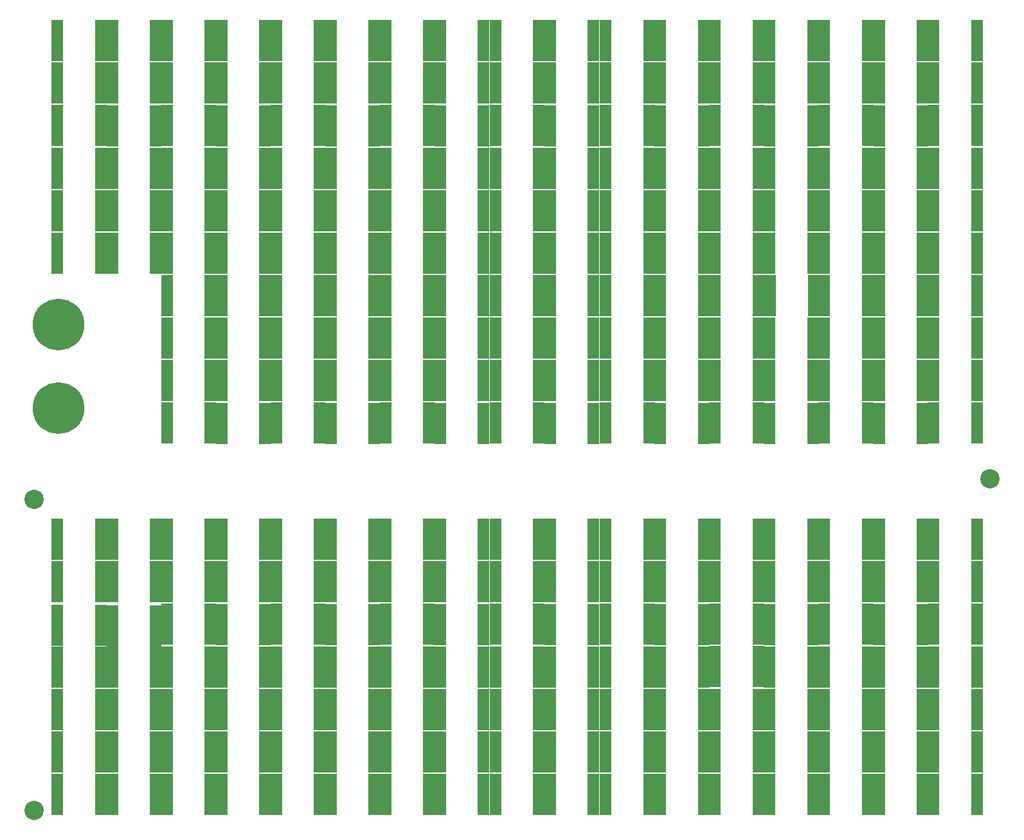
<source format=gbr>
G04 #@! TF.GenerationSoftware,KiCad,Pcbnew,(5.0.0)*
G04 #@! TF.CreationDate,2019-06-02T07:24:35-07:00*
G04 #@! TF.ProjectId,SSB Cap Board C1 - Rev2,5353422043617020426F617264204331,rev?*
G04 #@! TF.SameCoordinates,Original*
G04 #@! TF.FileFunction,Soldermask,Bot*
G04 #@! TF.FilePolarity,Negative*
%FSLAX46Y46*%
G04 Gerber Fmt 4.6, Leading zero omitted, Abs format (unit mm)*
G04 Created by KiCad (PCBNEW (5.0.0)) date 06/02/19 07:24:35*
%MOMM*%
%LPD*%
G01*
G04 APERTURE LIST*
%ADD10C,2.540000*%
%ADD11R,1.650000X5.400000*%
%ADD12C,6.800000*%
%ADD13C,1.200000*%
G04 APERTURE END LIST*
D10*
G04 #@! TO.C,REF\002A\002A*
X-63200000Y43000000D03*
G04 #@! TD*
G04 #@! TO.C,REF\002A\002A*
X-63200000Y2000000D03*
G04 #@! TD*
G04 #@! TO.C,REF\002A\002A*
X62700000Y45700000D03*
G04 #@! TD*
D11*
G04 #@! TO.C,C452*
X4805000Y4095000D03*
X10505000Y4095000D03*
G04 #@! TD*
G04 #@! TO.C,C453*
X-3995000Y4095000D03*
X-9695000Y4095000D03*
G04 #@! TD*
G04 #@! TO.C,C454*
X17795000Y4105000D03*
X12095000Y4105000D03*
G04 #@! TD*
G04 #@! TO.C,C456*
X3295000Y4105000D03*
X-2405000Y4105000D03*
G04 #@! TD*
G04 #@! TO.C,C446*
X60995000Y4105000D03*
X55295000Y4105000D03*
G04 #@! TD*
G04 #@! TO.C,C449*
X55295000Y9705000D03*
X60995000Y9705000D03*
G04 #@! TD*
G04 #@! TO.C,C451*
X55295000Y15305000D03*
X60995000Y15305000D03*
G04 #@! TD*
G04 #@! TO.C,C438*
X60995000Y20905000D03*
X55295000Y20905000D03*
G04 #@! TD*
G04 #@! TO.C,C410*
X3295000Y15305000D03*
X-2405000Y15305000D03*
G04 #@! TD*
G04 #@! TO.C,C424*
X55295000Y37705000D03*
X60995000Y37705000D03*
G04 #@! TD*
G04 #@! TO.C,C411*
X60995000Y26505000D03*
X55295000Y26505000D03*
G04 #@! TD*
G04 #@! TO.C,C412*
X53805000Y15295000D03*
X48105000Y15295000D03*
G04 #@! TD*
G04 #@! TO.C,C413*
X4805000Y15295000D03*
X10505000Y15295000D03*
G04 #@! TD*
G04 #@! TO.C,C414*
X55295000Y53005000D03*
X60995000Y53005000D03*
G04 #@! TD*
G04 #@! TO.C,C415*
X60995000Y32105000D03*
X55295000Y32105000D03*
G04 #@! TD*
G04 #@! TO.C,C416*
X40895000Y15305000D03*
X46595000Y15305000D03*
G04 #@! TD*
G04 #@! TO.C,C417*
X17795000Y15305000D03*
X12095000Y15305000D03*
G04 #@! TD*
G04 #@! TO.C,C418*
X55295000Y58605000D03*
X60995000Y58605000D03*
G04 #@! TD*
G04 #@! TO.C,C419*
X60995000Y81005000D03*
X55295000Y81005000D03*
G04 #@! TD*
G04 #@! TO.C,C420*
X39405000Y15295000D03*
X33705000Y15295000D03*
G04 #@! TD*
G04 #@! TO.C,C421*
X32195000Y15305000D03*
X26495000Y15305000D03*
G04 #@! TD*
G04 #@! TO.C,C423*
X55295000Y64205000D03*
X60995000Y64205000D03*
G04 #@! TD*
G04 #@! TO.C,C426*
X55295000Y86605000D03*
X60995000Y86605000D03*
G04 #@! TD*
G04 #@! TO.C,C427*
X19305000Y15295000D03*
X25005000Y15295000D03*
G04 #@! TD*
G04 #@! TO.C,C428*
X55295000Y69805000D03*
X60995000Y69805000D03*
G04 #@! TD*
G04 #@! TO.C,C429*
X60995000Y92205000D03*
X55295000Y92205000D03*
G04 #@! TD*
G04 #@! TO.C,C432*
X55295000Y75405000D03*
X60995000Y75405000D03*
G04 #@! TD*
G04 #@! TO.C,C433*
X60995000Y97805000D03*
X55295000Y97805000D03*
G04 #@! TD*
G04 #@! TO.C,C405*
X55295000Y103405000D03*
X60995000Y103405000D03*
G04 #@! TD*
G04 #@! TO.C,C195*
X-45705000Y32105000D03*
X-40005000Y32105000D03*
G04 #@! TD*
G04 #@! TO.C,C369*
X3295000Y37705000D03*
X-2405000Y37705000D03*
G04 #@! TD*
G04 #@! TO.C,C194*
X48105000Y92195000D03*
X53805000Y92195000D03*
G04 #@! TD*
G04 #@! TO.C,C193*
X53805000Y97795000D03*
X48105000Y97795000D03*
G04 #@! TD*
G04 #@! TO.C,C196*
X53805000Y103395000D03*
X48105000Y103395000D03*
G04 #@! TD*
G04 #@! TO.C,C197*
X-16905000Y32105000D03*
X-11205000Y32105000D03*
G04 #@! TD*
G04 #@! TO.C,C198*
X-38495000Y32095000D03*
X-32795000Y32095000D03*
G04 #@! TD*
G04 #@! TO.C,C199*
X48105000Y9695000D03*
X53805000Y9695000D03*
G04 #@! TD*
G04 #@! TO.C,C200*
X53805000Y32095000D03*
X48105000Y32095000D03*
G04 #@! TD*
G04 #@! TO.C,C191*
X-31305000Y32105000D03*
X-25605000Y32105000D03*
G04 #@! TD*
G04 #@! TO.C,C192*
X25005000Y32095000D03*
X19305000Y32095000D03*
G04 #@! TD*
G04 #@! TO.C,C394*
X-52895000Y32095000D03*
X-47195000Y32095000D03*
G04 #@! TD*
G04 #@! TO.C,C391*
X39405000Y20895000D03*
X33705000Y20895000D03*
G04 #@! TD*
G04 #@! TO.C,C393*
X-52895000Y26295000D03*
X-47195000Y26295000D03*
G04 #@! TD*
G04 #@! TO.C,C395*
X26495000Y20942000D03*
X32195000Y20942000D03*
G04 #@! TD*
G04 #@! TO.C,C396*
X-3995000Y32095000D03*
X-9695000Y32095000D03*
G04 #@! TD*
G04 #@! TO.C,C397*
X40895000Y32105000D03*
X46595000Y32105000D03*
G04 #@! TD*
G04 #@! TO.C,C398*
X-2405000Y32105000D03*
X3295000Y32105000D03*
G04 #@! TD*
G04 #@! TO.C,C399*
X-47195000Y37695000D03*
X-52895000Y37695000D03*
G04 #@! TD*
G04 #@! TO.C,C400*
X32195000Y32105000D03*
X26495000Y32105000D03*
G04 #@! TD*
G04 #@! TO.C,C401*
X10505000Y32095000D03*
X4805000Y32095000D03*
G04 #@! TD*
G04 #@! TO.C,C402*
X17795000Y32105000D03*
X12095000Y32105000D03*
G04 #@! TD*
G04 #@! TO.C,C403*
X39405000Y32095000D03*
X33705000Y32095000D03*
G04 #@! TD*
G04 #@! TO.C,C404*
X-18395000Y32095000D03*
X-24095000Y32095000D03*
G04 #@! TD*
G04 #@! TO.C,C392*
X53805000Y20895000D03*
X48105000Y20895000D03*
G04 #@! TD*
G04 #@! TO.C,C342*
X26495000Y69805000D03*
X32195000Y69805000D03*
G04 #@! TD*
G04 #@! TO.C,C341*
X25005000Y9695000D03*
X19305000Y9695000D03*
G04 #@! TD*
G04 #@! TO.C,C339*
X39465000Y69795000D03*
X33765000Y69795000D03*
G04 #@! TD*
G04 #@! TO.C,C338*
X46595000Y9705000D03*
X40895000Y9705000D03*
G04 #@! TD*
G04 #@! TO.C,C337*
X-11205000Y15305000D03*
X-16905000Y15305000D03*
G04 #@! TD*
G04 #@! TO.C,C336*
X39405000Y92195000D03*
X33705000Y92195000D03*
G04 #@! TD*
G04 #@! TO.C,C335*
X25005000Y69795000D03*
X19305000Y69795000D03*
G04 #@! TD*
G04 #@! TO.C,C334*
X25005000Y103395000D03*
X19305000Y103395000D03*
G04 #@! TD*
G04 #@! TO.C,C376*
X39405000Y64195000D03*
X33705000Y64195000D03*
G04 #@! TD*
G04 #@! TO.C,C328*
X-54405000Y15305000D03*
X-60105000Y15305000D03*
G04 #@! TD*
G04 #@! TO.C,C327*
X-52895000Y97795000D03*
X-47195000Y97795000D03*
G04 #@! TD*
G04 #@! TO.C,C326*
X-9695000Y15295000D03*
X-3995000Y15295000D03*
G04 #@! TD*
G04 #@! TO.C,C325*
X25005000Y64195000D03*
X19305000Y64195000D03*
G04 #@! TD*
G04 #@! TO.C,C324*
X25005000Y97795000D03*
X19305000Y97795000D03*
G04 #@! TD*
G04 #@! TO.C,C323*
X32195000Y9705000D03*
X26495000Y9705000D03*
G04 #@! TD*
G04 #@! TO.C,C322*
X40895000Y58605000D03*
X46595000Y58605000D03*
G04 #@! TD*
G04 #@! TO.C,C321*
X39405000Y58595000D03*
X33705000Y58595000D03*
G04 #@! TD*
G04 #@! TO.C,C320*
X17795000Y20905000D03*
X12095000Y20905000D03*
G04 #@! TD*
G04 #@! TO.C,C319*
X-52895000Y92195000D03*
X-47195000Y92195000D03*
G04 #@! TD*
G04 #@! TO.C,C318*
X46595000Y75405000D03*
X40895000Y75405000D03*
G04 #@! TD*
G04 #@! TO.C,C317*
X39405000Y80995000D03*
X33705000Y80995000D03*
G04 #@! TD*
G04 #@! TO.C,C316*
X25005000Y58595000D03*
X19305000Y58595000D03*
G04 #@! TD*
G04 #@! TO.C,C331*
X25005000Y92195000D03*
X19305000Y92195000D03*
G04 #@! TD*
G04 #@! TO.C,C330*
X40895000Y53005000D03*
X46595000Y53005000D03*
G04 #@! TD*
G04 #@! TO.C,C329*
X-24095000Y103395000D03*
X-18395000Y103395000D03*
G04 #@! TD*
G04 #@! TO.C,C374*
X39405000Y52995000D03*
X33705000Y52995000D03*
G04 #@! TD*
G04 #@! TO.C,C373*
X3295000Y20905000D03*
X-2405000Y20905000D03*
G04 #@! TD*
G04 #@! TO.C,C372*
X-52895000Y86595000D03*
X-47195000Y86595000D03*
G04 #@! TD*
G04 #@! TO.C,C371*
X4805000Y92195000D03*
X10505000Y92195000D03*
G04 #@! TD*
G04 #@! TO.C,C370*
X25005000Y37695000D03*
X19305000Y37695000D03*
G04 #@! TD*
G04 #@! TO.C,C368*
X-9695000Y103395000D03*
X-3995000Y103395000D03*
G04 #@! TD*
G04 #@! TO.C,C367*
X25005000Y52995000D03*
X19305000Y52995000D03*
G04 #@! TD*
G04 #@! TO.C,C366*
X25005000Y86595000D03*
X19305000Y86595000D03*
G04 #@! TD*
G04 #@! TO.C,C365*
X26495000Y37705000D03*
X32195000Y37705000D03*
G04 #@! TD*
G04 #@! TO.C,C364*
X-24095000Y97795000D03*
X-18395000Y97795000D03*
G04 #@! TD*
G04 #@! TO.C,C346*
X-11205000Y20905000D03*
X-16905000Y20905000D03*
G04 #@! TD*
G04 #@! TO.C,C344*
X-52895000Y80995000D03*
X-47195000Y80995000D03*
G04 #@! TD*
G04 #@! TO.C,C359*
X4805000Y86595000D03*
X10505000Y86595000D03*
G04 #@! TD*
G04 #@! TO.C,C358*
X3295000Y53005000D03*
X-2405000Y53005000D03*
G04 #@! TD*
G04 #@! TO.C,C357*
X-9695000Y97795000D03*
X-3995000Y97795000D03*
G04 #@! TD*
G04 #@! TO.C,C356*
X39405000Y75395000D03*
X33705000Y75395000D03*
G04 #@! TD*
G04 #@! TO.C,C355*
X26495000Y81005000D03*
X32195000Y81005000D03*
G04 #@! TD*
G04 #@! TO.C,C354*
X25005000Y80995000D03*
X19305000Y80995000D03*
G04 #@! TD*
G04 #@! TO.C,C353*
X26495000Y53005000D03*
X32195000Y53005000D03*
G04 #@! TD*
G04 #@! TO.C,C352*
X-24095000Y92195000D03*
X-18395000Y92195000D03*
G04 #@! TD*
G04 #@! TO.C,C351*
X39405000Y37695000D03*
X33705000Y37695000D03*
G04 #@! TD*
G04 #@! TO.C,C350*
X-25605000Y20905000D03*
X-31305000Y20905000D03*
G04 #@! TD*
G04 #@! TO.C,C349*
X-52895000Y75395000D03*
X-47195000Y75395000D03*
G04 #@! TD*
G04 #@! TO.C,C348*
X4805000Y80995000D03*
X10505000Y80995000D03*
G04 #@! TD*
G04 #@! TO.C,C347*
X3295000Y58605000D03*
X-2405000Y58605000D03*
G04 #@! TD*
G04 #@! TO.C,C362*
X-9695000Y92195000D03*
X-3995000Y92195000D03*
G04 #@! TD*
G04 #@! TO.C,C361*
X-11205000Y37705000D03*
X-16905000Y37705000D03*
G04 #@! TD*
G04 #@! TO.C,C360*
X39405000Y9695000D03*
X33705000Y9695000D03*
G04 #@! TD*
G04 #@! TO.C,C279*
X-54405000Y103405000D03*
X-60105000Y103405000D03*
G04 #@! TD*
G04 #@! TO.C,C278*
X4805000Y75395000D03*
X10505000Y75395000D03*
G04 #@! TD*
G04 #@! TO.C,C277*
X-9695000Y80995000D03*
X-3995000Y80995000D03*
G04 #@! TD*
G04 #@! TO.C,C276*
X4805000Y103395000D03*
X10505000Y103395000D03*
G04 #@! TD*
G04 #@! TO.C,C274*
X46595000Y86605000D03*
X40895000Y86605000D03*
G04 #@! TD*
G04 #@! TO.C,C272*
X19305000Y20895000D03*
X25005000Y20895000D03*
G04 #@! TD*
G04 #@! TO.C,C271*
X4805000Y58595000D03*
X10505000Y58595000D03*
G04 #@! TD*
G04 #@! TO.C,C270*
X3295000Y81005000D03*
X-2405000Y81005000D03*
G04 #@! TD*
G04 #@! TO.C,C269*
X-9695000Y69795000D03*
X-3995000Y69795000D03*
G04 #@! TD*
G04 #@! TO.C,C315*
X-11205000Y69805000D03*
X-16905000Y69805000D03*
G04 #@! TD*
G04 #@! TO.C,C267*
X-52895000Y103395000D03*
X-47195000Y103395000D03*
G04 #@! TD*
G04 #@! TO.C,C312*
X3295000Y103405000D03*
X-2405000Y103405000D03*
G04 #@! TD*
G04 #@! TO.C,C263*
X-11205000Y81005000D03*
X-16905000Y81005000D03*
G04 #@! TD*
G04 #@! TO.C,C256*
X46595000Y69805000D03*
X40895000Y69805000D03*
G04 #@! TD*
G04 #@! TO.C,C255*
X-24095000Y15295000D03*
X-18395000Y15295000D03*
G04 #@! TD*
G04 #@! TO.C,C254*
X3295000Y97805000D03*
X-2405000Y97805000D03*
G04 #@! TD*
G04 #@! TO.C,C253*
X-9695000Y52995000D03*
X-3995000Y52995000D03*
G04 #@! TD*
G04 #@! TO.C,C268*
X-11205000Y86605000D03*
X-16905000Y86605000D03*
G04 #@! TD*
G04 #@! TO.C,C266*
X19305000Y26495000D03*
X25005000Y26495000D03*
G04 #@! TD*
G04 #@! TO.C,C307*
X-9695000Y9695000D03*
X-3995000Y9695000D03*
G04 #@! TD*
G04 #@! TO.C,C306*
X-9695000Y37695000D03*
X-3995000Y37695000D03*
G04 #@! TD*
G04 #@! TO.C,C305*
X-11205000Y92205000D03*
X-16905000Y92205000D03*
G04 #@! TD*
G04 #@! TO.C,C303*
X-24095000Y4095000D03*
X-18395000Y4095000D03*
G04 #@! TD*
G04 #@! TO.C,C301*
X32195000Y26505000D03*
X26495000Y26505000D03*
G04 #@! TD*
G04 #@! TO.C,C297*
X46595000Y81005000D03*
X40895000Y81005000D03*
G04 #@! TD*
G04 #@! TO.C,C280*
X-11205000Y97805000D03*
X-16905000Y97805000D03*
G04 #@! TD*
G04 #@! TO.C,C293*
X46595000Y26505000D03*
X40895000Y26505000D03*
G04 #@! TD*
G04 #@! TO.C,C290*
X4805000Y97795000D03*
X10505000Y97795000D03*
G04 #@! TD*
G04 #@! TO.C,C288*
X-11205000Y103405000D03*
X-16905000Y103405000D03*
G04 #@! TD*
G04 #@! TO.C,C281*
X-38495000Y15295000D03*
X-32795000Y15295000D03*
G04 #@! TD*
G04 #@! TO.C,C296*
X19305000Y4095000D03*
X25005000Y4095000D03*
G04 #@! TD*
G04 #@! TO.C,C375*
X-52895000Y15295000D03*
X-47195000Y15295000D03*
G04 #@! TD*
G04 #@! TO.C,C389*
X46595000Y4105000D03*
X40895000Y4105000D03*
G04 #@! TD*
G04 #@! TO.C,C387*
X-54405000Y32105000D03*
X-60105000Y32105000D03*
G04 #@! TD*
G04 #@! TO.C,C386*
X-54405000Y26405000D03*
X-60105000Y26405000D03*
G04 #@! TD*
G04 #@! TO.C,C382*
X-54405000Y37705000D03*
X-60105000Y37705000D03*
G04 #@! TD*
G04 #@! TO.C,C378*
X-40005000Y15305000D03*
X-45705000Y15305000D03*
G04 #@! TD*
G04 #@! TO.C,C91*
X-40005000Y26505000D03*
X-45705000Y26505000D03*
G04 #@! TD*
G04 #@! TO.C,C89*
X-24095000Y26495000D03*
X-18395000Y26495000D03*
G04 #@! TD*
G04 #@! TO.C,C69*
X17795000Y86605000D03*
X12095000Y86605000D03*
G04 #@! TD*
G04 #@! TO.C,C68*
X48105000Y86595000D03*
X53805000Y86595000D03*
G04 #@! TD*
G04 #@! TO.C,C67*
X40895000Y92205000D03*
X46595000Y92205000D03*
G04 #@! TD*
G04 #@! TO.C,C66*
X-18395000Y64195000D03*
X-24095000Y64195000D03*
G04 #@! TD*
G04 #@! TO.C,C65*
X17795000Y37705000D03*
X12095000Y37705000D03*
G04 #@! TD*
G04 #@! TO.C,C252*
X48105000Y58595000D03*
X53805000Y58595000D03*
G04 #@! TD*
G04 #@! TO.C,C79*
X-25605000Y37705000D03*
X-31305000Y37705000D03*
G04 #@! TD*
G04 #@! TO.C,C124*
X-40005000Y37705000D03*
X-45705000Y37705000D03*
G04 #@! TD*
G04 #@! TO.C,C123*
X-38495000Y92195000D03*
X-32795000Y92195000D03*
G04 #@! TD*
G04 #@! TO.C,C122*
X46595000Y64205000D03*
X40895000Y64205000D03*
G04 #@! TD*
G04 #@! TO.C,C121*
X17795000Y103415470D03*
X12095000Y103415470D03*
G04 #@! TD*
G04 #@! TO.C,C120*
X-40005000Y4105000D03*
X-45705000Y4105000D03*
G04 #@! TD*
G04 #@! TO.C,C118*
X-54405000Y20905000D03*
X-60105000Y20905000D03*
G04 #@! TD*
G04 #@! TO.C,C117*
X-25605000Y92205000D03*
X-31305000Y92205000D03*
G04 #@! TD*
G04 #@! TO.C,C116*
X-25605000Y53005000D03*
X-31305000Y53005000D03*
G04 #@! TD*
G04 #@! TO.C,C115*
X-40005000Y53005000D03*
X-45705000Y53005000D03*
G04 #@! TD*
G04 #@! TO.C,C114*
X-38495000Y86595000D03*
X-32795000Y86595000D03*
G04 #@! TD*
G04 #@! TO.C,C112*
X-25605000Y81005000D03*
X-31305000Y81005000D03*
G04 #@! TD*
G04 #@! TO.C,C111*
X-40005000Y81005000D03*
X-45705000Y81005000D03*
G04 #@! TD*
G04 #@! TO.C,C159*
X-38495000Y58595000D03*
X-32795000Y58595000D03*
G04 #@! TD*
G04 #@! TO.C,C109*
X17795000Y75405000D03*
X12095000Y75405000D03*
G04 #@! TD*
G04 #@! TO.C,C107*
X-18395000Y58595000D03*
X-24095000Y58595000D03*
G04 #@! TD*
G04 #@! TO.C,C104*
X-18395000Y37695000D03*
X-24095000Y37695000D03*
G04 #@! TD*
G04 #@! TO.C,C103*
X-25605000Y103405000D03*
X-31305000Y103405000D03*
G04 #@! TD*
G04 #@! TO.C,C102*
X-25605000Y64205000D03*
X-31305000Y64205000D03*
G04 #@! TD*
G04 #@! TO.C,C101*
X-40005000Y64205000D03*
X-45705000Y64205000D03*
G04 #@! TD*
G04 #@! TO.C,C100*
X-38495000Y75395000D03*
X-32795000Y75395000D03*
G04 #@! TD*
G04 #@! TO.C,C99*
X17795000Y58605000D03*
X12095000Y58605000D03*
G04 #@! TD*
G04 #@! TO.C,C98*
X-40005000Y103405000D03*
X-45705000Y103405000D03*
G04 #@! TD*
G04 #@! TO.C,C97*
X-38495000Y4095000D03*
X-32795000Y4095000D03*
G04 #@! TD*
G04 #@! TO.C,C95*
X46595000Y20905000D03*
X40895000Y20905000D03*
G04 #@! TD*
G04 #@! TO.C,C110*
X-25605000Y4105000D03*
X-31305000Y4105000D03*
G04 #@! TD*
G04 #@! TO.C,C29*
X-11205000Y9705000D03*
X-16905000Y9705000D03*
G04 #@! TD*
G04 #@! TO.C,C28*
X-18395000Y69795000D03*
X-24095000Y69795000D03*
G04 #@! TD*
G04 #@! TO.C,C27*
X-32795000Y103395000D03*
X-38495000Y103395000D03*
G04 #@! TD*
G04 #@! TO.C,C26*
X46595000Y97805000D03*
X40895000Y97805000D03*
G04 #@! TD*
G04 #@! TO.C,C25*
X48105000Y52995000D03*
X53805000Y52995000D03*
G04 #@! TD*
G04 #@! TO.C,C24*
X-38495000Y97795000D03*
X-32795000Y97795000D03*
G04 #@! TD*
G04 #@! TO.C,C23*
X-11205000Y4105000D03*
X-16905000Y4105000D03*
G04 #@! TD*
G04 #@! TO.C,C22*
X-38495000Y20895000D03*
X-32795000Y20895000D03*
G04 #@! TD*
G04 #@! TO.C,C21*
X3295000Y9705000D03*
X-2405000Y9705000D03*
G04 #@! TD*
G04 #@! TO.C,C20*
X-40005000Y69805000D03*
X-45705000Y69805000D03*
G04 #@! TD*
G04 #@! TO.C,C19*
X-38495000Y69795000D03*
X-32795000Y69795000D03*
G04 #@! TD*
G04 #@! TO.C,C18*
X17795000Y64205000D03*
X12095000Y64205000D03*
G04 #@! TD*
G04 #@! TO.C,C64*
X-40005000Y9705000D03*
X-45705000Y9705000D03*
G04 #@! TD*
G04 #@! TO.C,C16*
X-40005000Y20905000D03*
X-45705000Y20905000D03*
G04 #@! TD*
G04 #@! TO.C,C2*
X-38495000Y26495000D03*
X-32795000Y26495000D03*
G04 #@! TD*
G04 #@! TO.C,C5*
X-24095000Y9695000D03*
X-18395000Y9695000D03*
G04 #@! TD*
G04 #@! TO.C,C6*
X-25605000Y75405000D03*
X-31305000Y75405000D03*
G04 #@! TD*
G04 #@! TO.C,C7*
X-40005000Y75405000D03*
X-45705000Y75405000D03*
G04 #@! TD*
G04 #@! TO.C,C8*
X-38495000Y64195000D03*
X-32795000Y64195000D03*
G04 #@! TD*
G04 #@! TO.C,C9*
X17795000Y69805000D03*
X12095000Y69805000D03*
G04 #@! TD*
G04 #@! TO.C,C10*
X33705000Y4095000D03*
X39405000Y4095000D03*
G04 #@! TD*
G04 #@! TO.C,C11*
X-52895000Y20895000D03*
X-47195000Y20895000D03*
G04 #@! TD*
G04 #@! TO.C,C17*
X26495000Y86605000D03*
X32195000Y86605000D03*
G04 #@! TD*
G04 #@! TO.C,C58*
X-25605000Y86605000D03*
X-31305000Y86605000D03*
G04 #@! TD*
G04 #@! TO.C,C57*
X-38495000Y37695000D03*
X-32795000Y37695000D03*
G04 #@! TD*
G04 #@! TO.C,C56*
X-40005000Y86605000D03*
X-45705000Y86605000D03*
G04 #@! TD*
G04 #@! TO.C,C55*
X-38495000Y52995000D03*
X-32795000Y52995000D03*
G04 #@! TD*
G04 #@! TO.C,C54*
X17795000Y81005000D03*
X12095000Y81005000D03*
G04 #@! TD*
G04 #@! TO.C,C53*
X33705000Y26495000D03*
X39405000Y26495000D03*
G04 #@! TD*
G04 #@! TO.C,C52*
X-25605000Y9705000D03*
X-31305000Y9705000D03*
G04 #@! TD*
G04 #@! TO.C,C47*
X4805000Y26495000D03*
X10505000Y26495000D03*
G04 #@! TD*
G04 #@! TO.C,C30*
X-40005000Y92205000D03*
X-45705000Y92205000D03*
G04 #@! TD*
G04 #@! TO.C,C43*
X48105000Y75395000D03*
X53805000Y75395000D03*
G04 #@! TD*
G04 #@! TO.C,C42*
X-25605000Y69805000D03*
X-31305000Y69805000D03*
G04 #@! TD*
G04 #@! TO.C,C41*
X48105000Y26495000D03*
X53805000Y26495000D03*
G04 #@! TD*
G04 #@! TO.C,C218*
X-9695000Y58595000D03*
X-3995000Y58595000D03*
G04 #@! TD*
G04 #@! TO.C,C217*
X3295000Y92205000D03*
X-2405000Y92205000D03*
G04 #@! TD*
G04 #@! TO.C,C216*
X4805000Y37695000D03*
X10505000Y37695000D03*
G04 #@! TD*
G04 #@! TO.C,C214*
X48105000Y37695000D03*
X53805000Y37695000D03*
G04 #@! TD*
G04 #@! TO.C,C211*
X32195000Y4105000D03*
X26495000Y4105000D03*
G04 #@! TD*
G04 #@! TO.C,C210*
X-32795000Y9695000D03*
X-38495000Y9695000D03*
G04 #@! TD*
G04 #@! TO.C,C208*
X-11205000Y75405000D03*
X-16905000Y75405000D03*
G04 #@! TD*
G04 #@! TO.C,C207*
X-9695000Y64195000D03*
X-3995000Y64195000D03*
G04 #@! TD*
G04 #@! TO.C,C206*
X3295000Y86605000D03*
X-2405000Y86605000D03*
G04 #@! TD*
G04 #@! TO.C,C205*
X4805000Y52995000D03*
X10505000Y52995000D03*
G04 #@! TD*
G04 #@! TO.C,C202*
X-54405000Y97805000D03*
X-60105000Y97805000D03*
G04 #@! TD*
G04 #@! TO.C,C204*
X39405000Y97795000D03*
X33705000Y97795000D03*
G04 #@! TD*
G04 #@! TO.C,C250*
X-52895000Y9695000D03*
X-47195000Y9695000D03*
G04 #@! TD*
G04 #@! TO.C,C249*
X-11205000Y64205000D03*
X-16905000Y64205000D03*
G04 #@! TD*
G04 #@! TO.C,C248*
X-9695000Y75395000D03*
X-3995000Y75395000D03*
G04 #@! TD*
G04 #@! TO.C,C247*
X3295000Y75405000D03*
X-2405000Y75405000D03*
G04 #@! TD*
G04 #@! TO.C,C246*
X4805000Y64195000D03*
X10505000Y64195000D03*
G04 #@! TD*
G04 #@! TO.C,C245*
X4805000Y20895000D03*
X10505000Y20895000D03*
G04 #@! TD*
G04 #@! TO.C,C244*
X-54405000Y86605000D03*
X-60105000Y86605000D03*
G04 #@! TD*
G04 #@! TO.C,C242*
X4805000Y9695000D03*
X10505000Y9695000D03*
G04 #@! TD*
G04 #@! TO.C,C241*
X-24095000Y75395000D03*
X-18395000Y75395000D03*
G04 #@! TD*
G04 #@! TO.C,C240*
X39405000Y103395000D03*
X33705000Y103395000D03*
G04 #@! TD*
G04 #@! TO.C,C239*
X32195000Y97805000D03*
X26495000Y97805000D03*
G04 #@! TD*
G04 #@! TO.C,C238*
X-11205000Y58605000D03*
X-16905000Y58605000D03*
G04 #@! TD*
G04 #@! TO.C,C219*
X3295000Y69805000D03*
X-2405000Y69805000D03*
G04 #@! TD*
G04 #@! TO.C,C235*
X4805000Y69795000D03*
X10505000Y69795000D03*
G04 #@! TD*
G04 #@! TO.C,C234*
X-9695000Y20895000D03*
X-3995000Y20895000D03*
G04 #@! TD*
G04 #@! TO.C,C233*
X-54405000Y81005000D03*
X-60105000Y81005000D03*
G04 #@! TD*
G04 #@! TO.C,C232*
X32195000Y103405000D03*
X26495000Y103405000D03*
G04 #@! TD*
G04 #@! TO.C,C231*
X-24095000Y80995000D03*
X-18395000Y80995000D03*
G04 #@! TD*
G04 #@! TO.C,C230*
X-54405000Y92205000D03*
X-60105000Y92205000D03*
G04 #@! TD*
G04 #@! TO.C,C229*
X26495000Y58605000D03*
X32195000Y58605000D03*
G04 #@! TD*
G04 #@! TO.C,C228*
X-24095000Y86595000D03*
X-18395000Y86595000D03*
G04 #@! TD*
G04 #@! TO.C,C227*
X40895000Y37705000D03*
X46595000Y37705000D03*
G04 #@! TD*
G04 #@! TO.C,C226*
X-54405000Y75405000D03*
X-60105000Y75405000D03*
G04 #@! TD*
G04 #@! TO.C,C225*
X-24095000Y20895000D03*
X-18395000Y20895000D03*
G04 #@! TD*
G04 #@! TO.C,C224*
X3295000Y64205000D03*
X-2405000Y64205000D03*
G04 #@! TD*
G04 #@! TO.C,C223*
X-9695000Y86595000D03*
X-3995000Y86595000D03*
G04 #@! TD*
G04 #@! TO.C,C222*
X-11205000Y53005000D03*
X-16905000Y53005000D03*
G04 #@! TD*
G04 #@! TO.C,C237*
X-54405000Y9705000D03*
X-60105000Y9705000D03*
G04 #@! TD*
G04 #@! TO.C,C220*
X26495000Y64205000D03*
X32195000Y64205000D03*
G04 #@! TD*
G04 #@! TO.C,C151*
X46595000Y103405000D03*
X40895000Y103405000D03*
G04 #@! TD*
G04 #@! TO.C,C150*
X17795000Y97805000D03*
X12095000Y97805000D03*
G04 #@! TD*
G04 #@! TO.C,C140*
X-9695000Y26495000D03*
X-3995000Y26495000D03*
G04 #@! TD*
G04 #@! TO.C,C132*
X48105000Y80995000D03*
X53805000Y80995000D03*
G04 #@! TD*
G04 #@! TO.C,C131*
X17795000Y26505000D03*
X12095000Y26505000D03*
G04 #@! TD*
G04 #@! TO.C,C130*
X17795000Y92205000D03*
X12095000Y92205000D03*
G04 #@! TD*
G04 #@! TO.C,C129*
X17795000Y9705000D03*
X12095000Y9705000D03*
G04 #@! TD*
G04 #@! TO.C,C128*
X-25605000Y15305000D03*
X-31305000Y15305000D03*
G04 #@! TD*
G04 #@! TO.C,C127*
X-52895000Y4095000D03*
X-47195000Y4095000D03*
G04 #@! TD*
G04 #@! TO.C,C141*
X-18395000Y52995000D03*
X-24095000Y52995000D03*
G04 #@! TD*
G04 #@! TO.C,C187*
X-25605000Y97805000D03*
X-31305000Y97805000D03*
G04 #@! TD*
G04 #@! TO.C,C186*
X-25605000Y58605000D03*
X-31305000Y58605000D03*
G04 #@! TD*
G04 #@! TO.C,C185*
X-40005000Y58605000D03*
X-45705000Y58605000D03*
G04 #@! TD*
G04 #@! TO.C,C184*
X-38495000Y80995000D03*
X-32795000Y80995000D03*
G04 #@! TD*
G04 #@! TO.C,C183*
X17795000Y53005000D03*
X12095000Y53005000D03*
G04 #@! TD*
G04 #@! TO.C,C182*
X-40005000Y97805000D03*
X-45705000Y97805000D03*
G04 #@! TD*
G04 #@! TO.C,C181*
X26495000Y92205000D03*
X32195000Y92205000D03*
G04 #@! TD*
G04 #@! TO.C,C180*
X48105000Y64195000D03*
X53805000Y64195000D03*
G04 #@! TD*
G04 #@! TO.C,C178*
X-11205000Y26505000D03*
X-16905000Y26505000D03*
G04 #@! TD*
G04 #@! TO.C,C176*
X48105000Y4095000D03*
X53805000Y4095000D03*
G04 #@! TD*
G04 #@! TO.C,C221*
X39405000Y86595000D03*
X33705000Y86595000D03*
G04 #@! TD*
G04 #@! TO.C,C157*
X3295000Y26505000D03*
X-2405000Y26505000D03*
G04 #@! TD*
G04 #@! TO.C,C168*
X-25605000Y26505000D03*
X-31305000Y26505000D03*
G04 #@! TD*
G04 #@! TO.C,C167*
X48105000Y69795000D03*
X53805000Y69795000D03*
G04 #@! TD*
G04 #@! TO.C,C345*
X26495000Y75405000D03*
X32195000Y75405000D03*
G04 #@! TD*
G04 #@! TO.C,C236*
X25005000Y75395000D03*
X19305000Y75395000D03*
G04 #@! TD*
G04 #@! TO.C,C173*
X-54405000Y4105000D03*
X-60105000Y4105000D03*
G04 #@! TD*
D12*
G04 #@! TO.C,TP1*
X-60000000Y55000000D03*
D13*
X-57600000Y55000000D03*
X-58302944Y53302944D03*
X-60000000Y52600000D03*
X-61697056Y53302944D03*
X-62400000Y55000000D03*
X-61697056Y56697056D03*
X-60000000Y57400000D03*
X-58302944Y56697056D03*
G04 #@! TD*
D12*
G04 #@! TO.C,TP2*
X-60000000Y66000000D03*
D13*
X-57600000Y66000000D03*
X-58302944Y64302944D03*
X-60000000Y63600000D03*
X-61697056Y64302944D03*
X-62400000Y66000000D03*
X-61697056Y67697056D03*
X-60000000Y68400000D03*
X-58302944Y67697056D03*
G04 #@! TD*
M02*

</source>
